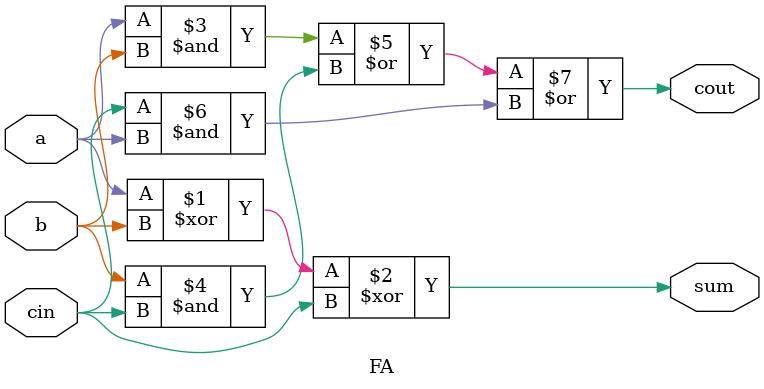
<source format=v>
module top_module(a,b,cin,cout,sum,accsum);
parameter N=16;
input [N-1:0]a,b;
input cin;
output cout;
output [N-1:0]sum;
wire [N:0]c;
wire [N:0]c1;
assign c[0] = cin;
assign c1[0] = cin;
output [N-1:0]accsum;

genvar i;
    generate
        for(i=0;i<N/2;i=i+1)
            begin: adder_ibit
                adder_1bit a3(a[i],b[i],c[i],c[i+1],sum[i]);
            end
    endgenerate

genvar j;
        generate
            for(j=N/2;j<N;j=j+1)
                begin:full_adder
                    FA f1(sum[j],c[j+1],a[j],b[j],c[j]);
                end
         endgenerate

genvar l;
    generate
        for(l=0;l<N;l=l+1)
            begin:full_adder1
                FA f2(accsum[l],c1[l+1],a[l],b[l],c1[l]);
            end
     endgenerate
     
assign cout = c[N];

endmodule

//approximation1
module adder_1bit(a,b,c,cout,sum);
input a,b,c;
output sum,cout;
supply1 vdd;
supply0 gnd;
wire wp1,wp2;
wire wn1,wn2;
wire wp3,wn3;
wire wn4;
wire coutbar,sumbar;

//coutbar
pmos p1(wp1,vdd,b);   //(drain,soruce,gate)
pmos p2(wp2,vdd,b);
pmos p3(coutbar,wp2,a);
pmos p4(coutbar,wp1,c);

nmos n1(wn1,gnd,a);
nmos n2(coutbar,gnd,b);
nmos n3(coutbar,wn1,c);

//sumbar
pmos p5(wp3,vdd,a);
pmos p6(wp3,vdd,b);
pmos p7(sumbar,wp3,coutbar);

nmos n4(wn2,gnd,c);
nmos n5(sumbar,wn2,coutbar);

pmos p8(sumbar,vdd,c);

nmos n6(wn4,gnd,a);
nmos n7(wn3,wn4,b);
nmos n8(sumbar,wn3,c);

not a1(cout,coutbar);
not a2(sum,sumbar);

endmodule

module FA(sum,cout,a,b,cin);
input a,b,cin;
output sum,cout;

assign sum = a^b^cin;
assign cout = (a&b) | (b&cin) | (cin&a) ;
endmodule
</source>
